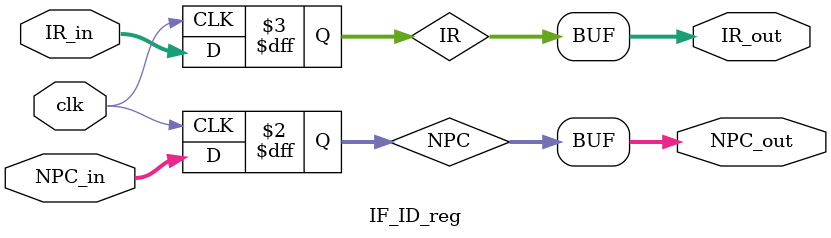
<source format=v>
`timescale 1ns / 1ps
module IF_ID_reg(input clk,
    input [31:0] NPC_in,
    input [31:0] IR_in,
    output [31:0] NPC_out,
    output [31:0] IR_out
	 );

reg [31:0] NPC;

reg[31:0]  IR;


assign NPC_out = NPC;

assign IR_out = IR;

always @(posedge clk)
	
	begin
	 NPC <= NPC_in ;
	 
	 IR  <= IR_in ;

	end

endmodule

</source>
